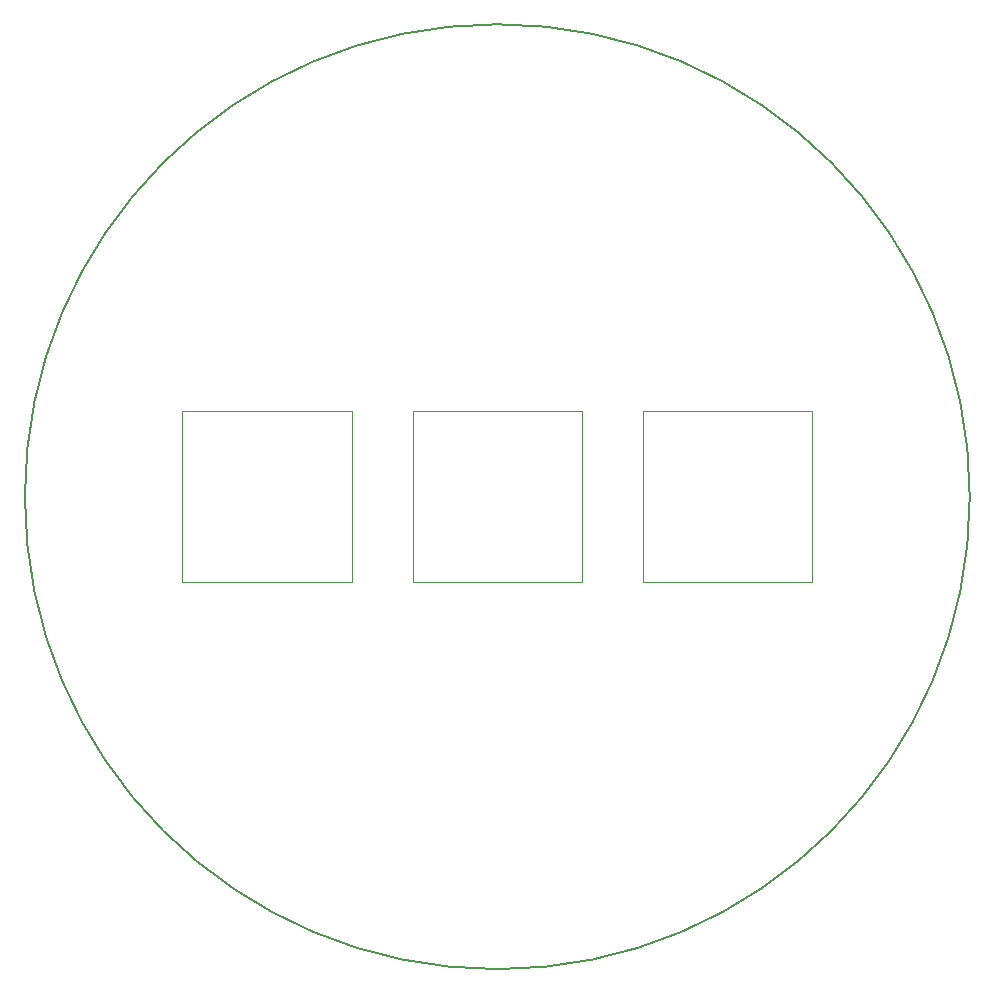
<source format=gbr>
%TF.GenerationSoftware,KiCad,Pcbnew,(7.0.0-0)*%
%TF.CreationDate,2023-03-08T23:01:28-06:00*%
%TF.ProjectId,RP2040_minimal,52503230-3430-45f6-9d69-6e696d616c2e,REV1*%
%TF.SameCoordinates,Original*%
%TF.FileFunction,Profile,NP*%
%FSLAX46Y46*%
G04 Gerber Fmt 4.6, Leading zero omitted, Abs format (unit mm)*
G04 Created by KiCad (PCBNEW (7.0.0-0)) date 2023-03-08 23:01:28*
%MOMM*%
%LPD*%
G01*
G04 APERTURE LIST*
%TA.AperFunction,Profile*%
%ADD10C,0.200000*%
%TD*%
%TA.AperFunction,Profile*%
%ADD11C,0.120000*%
%TD*%
G04 APERTURE END LIST*
D10*
X40000000Y0D02*
G75*
G03*
X40000000Y0I-40000000J0D01*
G01*
D11*
%TO.C,REF\u002A\u002A*%
X-26675000Y7250000D02*
X-12325000Y7250000D01*
X-12325000Y7250000D02*
X-12325000Y-7250000D01*
X-12325000Y-7250000D02*
X-26675000Y-7250000D01*
X-26675000Y-7250000D02*
X-26675000Y7250000D01*
X-7175000Y7250000D02*
X7175000Y7250000D01*
X7175000Y7250000D02*
X7175000Y-7250000D01*
X7175000Y-7250000D02*
X-7175000Y-7250000D01*
X-7175000Y-7250000D02*
X-7175000Y7250000D01*
X12325000Y7250000D02*
X26675000Y7250000D01*
X26675000Y7250000D02*
X26675000Y-7250000D01*
X26675000Y-7250000D02*
X12325000Y-7250000D01*
X12325000Y-7250000D02*
X12325000Y7250000D01*
%TD*%
M02*

</source>
